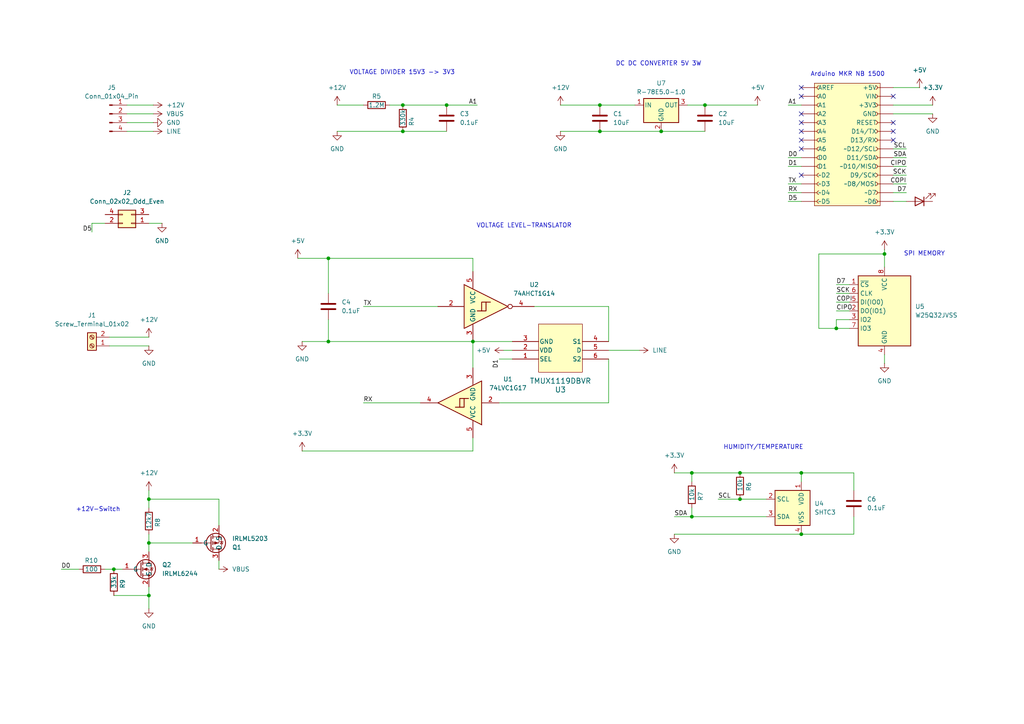
<source format=kicad_sch>
(kicad_sch (version 20250114) (generator "eeschema") (generator_version "9.0")
  (paper "A4")
  (title_block (title "Ryujin") (date "2024-12-21") (rev "17") (company "Julius-Maximilians-Universität Würzburg"))
  (lib_symbols
    (symbol "74xGxx:74AHCT1G14"
      (property "Reference" "U" (at 0 3.81 0))
      (property "Value" "74AHCT1G14" (at 0 -3.81 0))
      (symbol "74AHCT1G14_0_1"
        (polyline (pts (xy -7.62 6.35) (xy -7.62 -6.35) (xy 5.08 0) (xy -7.62 6.35)) (stroke (width 0.254)) (fill (type background)))
      )
      (symbol "74AHCT1G14_1_1"
        (polyline (pts (xy -3.81 -1.27) (xy -1.27 -1.27) (xy -1.27 1.27)) (stroke (width 0.254)))
        (polyline (pts (xy -2.54 -1.27) (xy -2.54 1.27) (xy 0 1.27)) (stroke (width 0.254)))
        (pin input line (at -15.24 0 0) (length 7.62) (name "~") (number "2"))
        (pin no_connect line (at -7.62 5.08 180) (length 5.08) (hide yes) (name "NC") (number "1"))
        (pin power_in line (at -5.08 10.16 270) (length 5.08) (name "VCC") (number "5"))
        (pin power_in line (at -5.08 -10.16 90) (length 5.08) (name "GND") (number "3"))
        (pin output inverted (at 12.7 0 180) (length 7.62) (name "~") (number "4"))
      )
    )
    (symbol "74xGxx:74LVC1G17"
      (property "Reference" "U" (at 0 3.81 0))
      (property "Value" "74LVC1G17" (at 0 -3.81 0))
      (symbol "74LVC1G17_0_1"
        (polyline (pts (xy -7.62 6.35) (xy -7.62 -6.35) (xy 5.08 0) (xy -7.62 6.35)) (stroke (width 0.254)) (fill (type background)))
        (polyline (pts (xy -3.81 -1.27) (xy -2.54 -1.27) (xy -2.54 1.27) (xy -1.27 1.27)) (stroke (width 0.254)) (fill (type background)))
        (polyline (pts (xy -2.54 -1.27) (xy -1.27 -1.27) (xy -1.27 1.27) (xy 0 1.27)) (stroke (width 0.254)) (fill (type background)))
      )
      (symbol "74LVC1G17_1_1"
        (pin input line (at -12.7 0 0) (length 5.08) (name "~") (number "2"))
        (pin no_connect line (at -7.62 5.08 180) (length 5.08) (hide yes) (name "NC") (number "1"))
        (pin power_in line (at -5.08 10.16 270) (length 5.08) (name "VCC") (number "5"))
        (pin power_in line (at -5.08 -10.16 90) (length 5.08) (name "GND") (number "3"))
        (pin output line (at 10.16 0 180) (length 5.08) (name "~") (number "4"))
      )
    )
    (symbol "Conn_01x14_Socket_1" (pin_numbers (hide yes)) (pin_names (offset 1.016))
      (property "Reference" "J3" (at 1.27 0.0001 0))
      (symbol "Conn_01x14_Socket_1_1_1"
        (polyline (pts (xy -1.27 15.24) (xy -0.508 15.24)) (stroke (width 0.1524)))
        (polyline (pts (xy -1.27 12.7) (xy -0.508 12.7)) (stroke (width 0.1524)))
        (polyline (pts (xy -1.27 10.16) (xy -0.508 10.16)) (stroke (width 0.1524)))
        (polyline (pts (xy -1.27 7.62) (xy -0.508 7.62)) (stroke (width 0.1524)))
        (polyline (pts (xy -1.27 5.08) (xy -0.508 5.08)) (stroke (width 0.1524)))
        (polyline (pts (xy -1.27 2.54) (xy -0.508 2.54)) (stroke (width 0.1524)))
        (polyline (pts (xy -1.27 0) (xy -0.508 0)) (stroke (width 0.1524)))
        (polyline (pts (xy -1.27 -2.54) (xy -0.508 -2.54)) (stroke (width 0.1524)))
        (polyline (pts (xy -1.27 -5.08) (xy -0.508 -5.08)) (stroke (width 0.1524)))
        (polyline (pts (xy -1.27 -7.62) (xy -0.508 -7.62)) (stroke (width 0.1524)))
        (polyline (pts (xy -1.27 -10.16) (xy -0.508 -10.16)) (stroke (width 0.1524)))
        (polyline (pts (xy -1.27 -12.7) (xy -0.508 -12.7)) (stroke (width 0.1524)))
        (polyline (pts (xy -1.27 -15.24) (xy -0.508 -15.24)) (stroke (width 0.1524)))
        (polyline (pts (xy -1.27 -17.78) (xy -0.508 -17.78)) (stroke (width 0.1524)))
        (arc (start 0 14.732) (mid -0.5058 15.24) (end 0 15.748) (stroke (width 0.1524)))
        (arc (start 0 12.192) (mid -0.5058 12.7) (end 0 13.208) (stroke (width 0.1524)))
        (arc (start 0 9.652) (mid -0.5058 10.16) (end 0 10.668) (stroke (width 0.1524)))
        (arc (start 0 7.112) (mid -0.5058 7.62) (end 0 8.128) (stroke (width 0.1524)))
        (arc (start 0 4.572) (mid -0.5058 5.08) (end 0 5.588) (stroke (width 0.1524)))
        (arc (start 0 2.032) (mid -0.5058 2.54) (end 0 3.048) (stroke (width 0.1524)))
        (arc (start 0 -0.508) (mid -0.5058 0) (end 0 0.508) (stroke (width 0.1524)))
        (arc (start 0 -3.048) (mid -0.5058 -2.54) (end 0 -2.032) (stroke (width 0.1524)))
        (arc (start 0 -5.588) (mid -0.5058 -5.08) (end 0 -4.572) (stroke (width 0.1524)))
        (arc (start 0 -8.128) (mid -0.5058 -7.62) (end 0 -7.112) (stroke (width 0.1524)))
        (arc (start 0 -10.668) (mid -0.5058 -10.16) (end 0 -9.652) (stroke (width 0.1524)))
        (arc (start 0 -13.208) (mid -0.5058 -12.7) (end 0 -12.192) (stroke (width 0.1524)))
        (arc (start 0 -15.748) (mid -0.5058 -15.24) (end 0 -14.732) (stroke (width 0.1524)))
        (arc (start 0 -18.288) (mid -0.5058 -17.78) (end 0 -17.272) (stroke (width 0.1524)))
        (pin passive line (at -5.08 15.24 0) (length 3.81) (name "AREF") (number "1"))
        (pin passive line (at -5.08 12.7 0) (length 3.81) (name "A0") (number "2"))
        (pin passive line (at -5.08 10.16 0) (length 3.81) (name "A1") (number "3"))
        (pin passive line (at -5.08 7.62 0) (length 3.81) (name "A2") (number "4"))
        (pin passive line (at -5.08 5.08 0) (length 3.81) (name "A3") (number "5"))
        (pin passive line (at -5.08 2.54 0) (length 3.81) (name "A4") (number "6"))
        (pin passive line (at -5.08 0 0) (length 3.81) (name "A5") (number "7"))
        (pin passive line (at -5.08 -2.54 0) (length 3.81) (name "A6") (number "8"))
        (pin passive line (at -5.08 -5.08 0) (length 3.81) (name "D0") (number "9"))
        (pin passive line (at -5.08 -7.62 0) (length 3.81) (name "D1") (number "10"))
        (pin passive line (at -5.08 -10.16 0) (length 3.81) (name "~D2") (number "11"))
        (pin passive line (at -5.08 -12.7 0) (length 3.81) (name "~D3") (number "12"))
        (pin passive line (at -5.08 -15.24 0) (length 3.81) (name "~D4") (number "13"))
        (pin passive line (at -5.08 -17.78 0) (length 3.81) (name "~D5") (number "14"))
      )
    )
    (symbol "Connector:Conn_01x04_Pin" (pin_names (offset 1.016) (hide yes))
      (property "Reference" "J" (at 0 5.08 0))
      (property "Value" "Conn_01x04_Pin" (at 0 -7.62 0))
      (symbol "Conn_01x04_Pin_1_1"
        (rectangle (start 0.8636 2.667) (end 0 2.413) (stroke (width 0.1524)) (fill (type outline)))
        (rectangle (start 0.8636 0.127) (end 0 -0.127) (stroke (width 0.1524)) (fill (type outline)))
        (rectangle (start 0.8636 -2.413) (end 0 -2.667) (stroke (width 0.1524)) (fill (type outline)))
        (rectangle (start 0.8636 -4.953) (end 0 -5.207) (stroke (width 0.1524)) (fill (type outline)))
        (polyline (pts (xy 1.27 2.54) (xy 0.8636 2.54)) (stroke (width 0.1524)))
        (polyline (pts (xy 1.27 0) (xy 0.8636 0)) (stroke (width 0.1524)))
        (polyline (pts (xy 1.27 -2.54) (xy 0.8636 -2.54)) (stroke (width 0.1524)))
        (polyline (pts (xy 1.27 -5.08) (xy 0.8636 -5.08)) (stroke (width 0.1524)))
        (pin passive line (at 5.08 2.54 180) (length 3.81) (name "Pin_1") (number "1"))
        (pin passive line (at 5.08 0 180) (length 3.81) (name "Pin_2") (number "2"))
        (pin passive line (at 5.08 -2.54 180) (length 3.81) (name "Pin_3") (number "3"))
        (pin passive line (at 5.08 -5.08 180) (length 3.81) (name "Pin_4") (number "4"))
      )
    )
    (symbol "Connector:Conn_01x14_Socket" (pin_numbers (hide yes)) (pin_names (offset 1.016))
      (property "Reference" "J4" (at 1.27 0.0001 0))
      (property "Value" "Conn_01x14_Socket" (at 1.27 -2.5399 0))
      (symbol "Conn_01x14_Socket_1_1"
        (polyline (pts (xy -1.27 15.24) (xy -0.508 15.24)) (stroke (width 0.1524)))
        (polyline (pts (xy -1.27 12.7) (xy -0.508 12.7)) (stroke (width 0.1524)))
        (polyline (pts (xy -1.27 10.16) (xy -0.508 10.16)) (stroke (width 0.1524)))
        (polyline (pts (xy -1.27 7.62) (xy -0.508 7.62)) (stroke (width 0.1524)))
        (polyline (pts (xy -1.27 5.08) (xy -0.508 5.08)) (stroke (width 0.1524)))
        (polyline (pts (xy -1.27 2.54) (xy -0.508 2.54)) (stroke (width 0.1524)))
        (polyline (pts (xy -1.27 0) (xy -0.508 0)) (stroke (width 0.1524)))
        (polyline (pts (xy -1.27 -2.54) (xy -0.508 -2.54)) (stroke (width 0.1524)))
        (polyline (pts (xy -1.27 -5.08) (xy -0.508 -5.08)) (stroke (width 0.1524)))
        (polyline (pts (xy -1.27 -7.62) (xy -0.508 -7.62)) (stroke (width 0.1524)))
        (polyline (pts (xy -1.27 -10.16) (xy -0.508 -10.16)) (stroke (width 0.1524)))
        (polyline (pts (xy -1.27 -12.7) (xy -0.508 -12.7)) (stroke (width 0.1524)))
        (polyline (pts (xy -1.27 -15.24) (xy -0.508 -15.24)) (stroke (width 0.1524)))
        (polyline (pts (xy -1.27 -17.78) (xy -0.508 -17.78)) (stroke (width 0.1524)))
        (arc (start 0 14.732) (mid -0.5058 15.24) (end 0 15.748) (stroke (width 0.1524)))
        (arc (start 0 12.192) (mid -0.5058 12.7) (end 0 13.208) (stroke (width 0.1524)))
        (arc (start 0 9.652) (mid -0.5058 10.16) (end 0 10.668) (stroke (width 0.1524)))
        (arc (start 0 7.112) (mid -0.5058 7.62) (end 0 8.128) (stroke (width 0.1524)))
        (arc (start 0 4.572) (mid -0.5058 5.08) (end 0 5.588) (stroke (width 0.1524)))
        (arc (start 0 2.032) (mid -0.5058 2.54) (end 0 3.048) (stroke (width 0.1524)))
        (arc (start 0 -0.508) (mid -0.5058 0) (end 0 0.508) (stroke (width 0.1524)))
        (arc (start 0 -3.048) (mid -0.5058 -2.54) (end 0 -2.032) (stroke (width 0.1524)))
        (arc (start 0 -5.588) (mid -0.5058 -5.08) (end 0 -4.572) (stroke (width 0.1524)))
        (arc (start 0 -8.128) (mid -0.5058 -7.62) (end 0 -7.112) (stroke (width 0.1524)))
        (arc (start 0 -10.668) (mid -0.5058 -10.16) (end 0 -9.652) (stroke (width 0.1524)))
        (arc (start 0 -13.208) (mid -0.5058 -12.7) (end 0 -12.192) (stroke (width 0.1524)))
        (arc (start 0 -15.748) (mid -0.5058 -15.24) (end 0 -14.732) (stroke (width 0.1524)))
        (arc (start 0 -18.288) (mid -0.5058 -17.78) (end 0 -17.272) (stroke (width 0.1524)))
        (pin passive line (at -5.08 15.24 0) (length 3.81) (name "+5V") (number "1"))
        (pin passive line (at -5.08 12.7 0) (length 3.81) (name "VIN") (number "2"))
        (pin passive line (at -5.08 10.16 0) (length 3.81) (name "+3V3") (number "3"))
        (pin passive line (at -5.08 7.62 0) (length 3.81) (name "GND") (number "4"))
        (pin passive line (at -5.08 5.08 0) (length 3.81) (name "RESET") (number "5"))
        (pin passive line (at -5.08 2.54 0) (length 3.81) (name "D14/TX") (number "6"))
        (pin passive line (at -5.08 0 0) (length 3.81) (name "D13/RX") (number "7"))
        (pin passive line (at -5.08 -2.54 0) (length 3.81) (name "~D12/SCL") (number "8"))
        (pin passive line (at -5.08 -5.08 0) (length 3.81) (name "D11/SDA") (number "9"))
        (pin passive line (at -5.08 -7.62 0) (length 3.81) (name "~D10/MISO") (number "10"))
        (pin passive line (at -5.08 -10.16 0) (length 3.81) (name "D9/SCK") (number "11"))
        (pin passive line (at -5.08 -12.7 0) (length 3.81) (name "~D8/MOSI") (number "12"))
        (pin passive line (at -5.08 -15.24 0) (length 3.81) (name "~D7") (number "13"))
        (pin passive line (at -5.08 -17.78 0) (length 3.81) (name "~D6") (number "14"))
      )
    )
    (symbol "Connector:Screw_Terminal_01x02" (pin_names (offset 1.016) (hide yes))
      (property "Reference" "J" (at 0 2.54 0))
      (property "Value" "Screw_Terminal_01x02" (at 0 -5.08 0))
      (symbol "Screw_Terminal_01x02_1_1"
        (rectangle (start -1.27 1.27) (end 1.27 -3.81) (stroke (width 0.254)) (fill (type background)))
        (polyline (pts (xy -0.5334 0.3302) (xy 0.3302 -0.508)) (stroke (width 0.1524)))
        (polyline (pts (xy -0.5334 -2.2098) (xy 0.3302 -3.048)) (stroke (width 0.1524)))
        (polyline (pts (xy -0.3556 0.508) (xy 0.508 -0.3302)) (stroke (width 0.1524)))
        (polyline (pts (xy -0.3556 -2.032) (xy 0.508 -2.8702)) (stroke (width 0.1524)))
        (circle (center 0 0) (radius 0.635) (stroke (width 0.1524)))
        (circle (center 0 -2.54) (radius 0.635) (stroke (width 0.1524)))
        (pin passive line (at -5.08 0 0) (length 3.81) (name "Pin_1") (number "1"))
        (pin passive line (at -5.08 -2.54 0) (length 3.81) (name "Pin_2") (number "2"))
      )
    )
    (symbol "Connector_Generic:Conn_02x02_Odd_Even" (pin_names (offset 1.016) (hide yes))
      (property "Reference" "J" (at 1.27 2.54 0))
      (property "Value" "Conn_02x02_Odd_Even" (at 1.27 -5.08 0))
      (symbol "Conn_02x02_Odd_Even_1_1"
        (rectangle (start -1.27 1.27) (end 3.81 -3.81) (stroke (width 0.254)) (fill (type background)))
        (rectangle (start -1.27 0.127) (end 0 -0.127) (stroke (width 0.1524)))
        (rectangle (start -1.27 -2.413) (end 0 -2.667) (stroke (width 0.1524)))
        (rectangle (start 3.81 0.127) (end 2.54 -0.127) (stroke (width 0.1524)))
        (rectangle (start 3.81 -2.413) (end 2.54 -2.667) (stroke (width 0.1524)))
        (pin passive line (at -5.08 0 0) (length 3.81) (name "Pin_1") (number "1"))
        (pin passive line (at -5.08 -2.54 0) (length 3.81) (name "Pin_3") (number "3"))
        (pin passive line (at 7.62 0 180) (length 3.81) (name "Pin_2") (number "2"))
        (pin passive line (at 7.62 -2.54 180) (length 3.81) (name "Pin_4") (number "4"))
      )
    )
    (symbol "Device:C" (pin_numbers (hide yes)) (pin_names (offset 0.254))
      (property "Reference" "C" (at 0.635 2.54 0))
      (property "Value" "C" (at 0.635 -2.54 0))
      (symbol "C_0_1"
        (polyline (pts (xy -2.032 0.762) (xy 2.032 0.762)) (stroke (width 0.508)))
        (polyline (pts (xy -2.032 -0.762) (xy 2.032 -0.762)) (stroke (width 0.508)))
      )
      (symbol "C_1_1"
        (pin passive line (at 0 3.81 270) (length 2.794) (name "~") (number "1"))
        (pin passive line (at 0 -3.81 90) (length 2.794) (name "~") (number "2"))
      )
    )
    (symbol "Device:LED" (pin_numbers (hide yes)) (pin_names (offset 1.016) (hide yes))
      (property "Reference" "D" (at 0 2.54 0))
      (property "Value" "LED" (at 0 -2.54 0))
      (symbol "LED_0_1"
        (polyline (pts (xy -3.048 -0.762) (xy -4.572 -2.286) (xy -3.81 -2.286) (xy -4.572 -2.286) (xy -4.572 -1.524)))
        (polyline (pts (xy -1.778 -0.762) (xy -3.302 -2.286) (xy -2.54 -2.286) (xy -3.302 -2.286) (xy -3.302 -1.524)))
        (polyline (pts (xy -1.27 0) (xy 1.27 0)))
        (polyline (pts (xy -1.27 -1.27) (xy -1.27 1.27)) (stroke (width 0.254)))
        (polyline (pts (xy 1.27 -1.27) (xy 1.27 1.27) (xy -1.27 0) (xy 1.27 -1.27)) (stroke (width 0.254)))
      )
      (symbol "LED_1_1"
        (pin passive line (at -3.81 0 0) (length 2.54) (name "K") (number "1"))
        (pin passive line (at 3.81 0 180) (length 2.54) (name "A") (number "2"))
      )
    )
    (symbol "Device:R" (pin_numbers (hide yes)) (pin_names (offset 0))
      (property "Reference" "R" (at 2.032 0 90))
      (property "Value" "R" (at 0 0 90))
      (symbol "R_0_1"
        (rectangle (start -1.016 -2.54) (end 1.016 2.54) (stroke (width 0.254)))
      )
      (symbol "R_1_1"
        (pin passive line (at 0 3.81 270) (length 1.27) (name "~") (number "1"))
        (pin passive line (at 0 -3.81 90) (length 1.27) (name "~") (number "2"))
      )
    )
    (symbol "Memory_Flash:W25Q32JVSS"
      (property "Reference" "U" (at -6.35 11.43 0))
      (property "Value" "W25Q32JVSS" (at 7.62 11.43 0))
      (symbol "W25Q32JVSS_0_1"
        (rectangle (start -7.62 10.16) (end 7.62 -10.16) (stroke (width 0.254)) (fill (type background)))
      )
      (symbol "W25Q32JVSS_1_1"
        (pin input line (at -10.16 7.62 0) (length 2.54) (name "~{CS}") (number "1"))
        (pin input line (at -10.16 5.08 0) (length 2.54) (name "CLK") (number "6"))
        (pin bidirectional line (at -10.16 2.54 0) (length 2.54) (name "DI(IO0)") (number "5"))
        (pin bidirectional line (at -10.16 0 0) (length 2.54) (name "DO(IO1)") (number "2"))
        (pin bidirectional line (at -10.16 -2.54 0) (length 2.54) (name "IO2") (number "3"))
        (pin bidirectional line (at -10.16 -5.08 0) (length 2.54) (name "IO3") (number "7"))
        (pin power_in line (at 0 12.7 270) (length 2.54) (name "VCC") (number "8"))
        (pin power_in line (at 0 -12.7 90) (length 2.54) (name "GND") (number "4"))
      )
    )
    (symbol "Regulator_Switching:R-78E5.0-1.0" (pin_names (offset 0.254))
      (property "Reference" "U" (at -3.81 3.175 0))
      (property "Value" "R-78E5.0-1.0" (at 0 3.175 0))
      (symbol "R-78E5.0-1.0_0_1"
        (rectangle (start -5.08 1.905) (end 5.08 -5.08) (stroke (width 0.254)) (fill (type background)))
      )
      (symbol "R-78E5.0-1.0_1_1"
        (pin power_in line (at -7.62 0 0) (length 2.54) (name "IN") (number "1"))
        (pin power_in line (at 0 -7.62 90) (length 2.54) (name "GND") (number "2"))
        (pin power_out line (at 7.62 0 180) (length 2.54) (name "OUT") (number "3"))
      )
    )
    (symbol "Sensor_Humidity:SHTC3"
      (property "Reference" "U" (at -3.81 6.35 0))
      (property "Value" "SHTC3" (at -2.54 -6.35 0))
      (symbol "SHTC3_1_1"
        (rectangle (start -5.08 5.08) (end 5.08 -5.08) (stroke (width 0.254)) (fill (type background)))
        (pin input line (at -7.62 2.54 0) (length 2.54) (name "SCL") (number "2"))
        (pin bidirectional line (at -7.62 -2.54 0) (length 2.54) (name "SDA") (number "3"))
        (pin power_in line (at 2.54 7.62 270) (length 2.54) (name "VDD") (number "1"))
        (pin power_in line (at 2.54 -7.62 90) (length 2.54) (name "VSS") (number "4"))
        (pin no_connect line (at 5.08 0 180) (length 2.54) (hide yes) (name "NC") (number "5"))
      )
    )
    (symbol "TMUXDBV:TMUX1119DBVR" (pin_names (offset 0.254))
      (property "Reference" "U" (at 14.224 8.128 0))
      (property "Value" "TMUX1119DBVR" (at 14.224 5.588 0))
      (symbol "TMUX1119DBVR_0_1"
        (rectangle (start 7.62 3.81) (end 20.32 -10.16) (fill (type background)))
        (pin input line (at 0 0 0) (length 7.62) (name "SEL") (number "1"))
        (pin power_in line (at 0 -2.54 0) (length 7.62) (name "VDD") (number "2"))
        (pin power_out line (at 0 -5.08 0) (length 7.62) (name "GND") (number "3"))
        (pin bidirectional line (at 27.94 0 180) (length 7.62) (name "S2") (number "6"))
        (pin bidirectional line (at 27.94 -2.54 180) (length 7.62) (name "D") (number "5"))
        (pin bidirectional line (at 27.94 -5.08 180) (length 7.62) (name "S1") (number "4"))
      )
    )
    (symbol "Transistor_FET:IRLML5203"
      (property "Reference" "Q" (at 5.08 1.905 0))
      (property "Value" "IRLML5203" (at 5.08 0 0))
      (symbol "IRLML5203_0_1"
        (polyline (pts (xy 0.254 1.905) (xy 0.254 -1.905)) (stroke (width 0.254)))
        (polyline (pts (xy 0.254 0) (xy -2.54 0)))
        (polyline (pts (xy 0.762 2.286) (xy 0.762 1.27)) (stroke (width 0.254)))
        (polyline (pts (xy 0.762 1.778) (xy 3.302 1.778) (xy 3.302 -1.778) (xy 0.762 -1.778)))
        (polyline (pts (xy 0.762 0.508) (xy 0.762 -0.508)) (stroke (width 0.254)))
        (polyline (pts (xy 0.762 -1.27) (xy 0.762 -2.286)) (stroke (width 0.254)))
        (circle (center 1.651 0) (radius 2.794) (stroke (width 0.254)))
        (polyline (pts (xy 2.286 0) (xy 1.27 0.381) (xy 1.27 -0.381) (xy 2.286 0)) (fill (type outline)))
        (polyline (pts (xy 2.54 2.54) (xy 2.54 1.778)))
        (circle (center 2.54 1.778) (radius 0.254) (fill (type outline)))
        (circle (center 2.54 -1.778) (radius 0.254) (fill (type outline)))
        (polyline (pts (xy 2.54 -2.54) (xy 2.54 0) (xy 0.762 0)))
        (polyline (pts (xy 2.794 -0.508) (xy 2.921 -0.381) (xy 3.683 -0.381) (xy 3.81 -0.254)))
        (polyline (pts (xy 3.302 -0.381) (xy 2.921 0.254) (xy 3.683 0.254) (xy 3.302 -0.381)))
      )
      (symbol "IRLML5203_1_1"
        (pin input line (at -5.08 0 0) (length 2.54) (name "G") (number "1"))
        (pin passive line (at 2.54 5.08 270) (length 2.54) (name "D") (number "3"))
        (pin passive line (at 2.54 -5.08 90) (length 2.54) (name "S") (number "2"))
      )
    )
    (symbol "Transistor_FET:IRLML6244"
      (property "Reference" "Q" (at 5.08 1.905 0))
      (property "Value" "IRLML6244" (at 5.08 0 0))
      (symbol "IRLML6244_0_1"
        (polyline (pts (xy 0.254 1.905) (xy 0.254 -1.905)) (stroke (width 0.254)))
        (polyline (pts (xy 0.254 0) (xy -2.54 0)))
        (polyline (pts (xy 0.762 2.286) (xy 0.762 1.27)) (stroke (width 0.254)))
        (polyline (pts (xy 0.762 0.508) (xy 0.762 -0.508)) (stroke (width 0.254)))
        (polyline (pts (xy 0.762 -1.27) (xy 0.762 -2.286)) (stroke (width 0.254)))
        (polyline (pts (xy 0.762 -1.778) (xy 3.302 -1.778) (xy 3.302 1.778) (xy 0.762 1.778)))
        (polyline (pts (xy 1.016 0) (xy 2.032 0.381) (xy 2.032 -0.381) (xy 1.016 0)) (fill (type outline)))
        (circle (center 1.651 0) (radius 2.794) (stroke (width 0.254)))
        (polyline (pts (xy 2.54 2.54) (xy 2.54 1.778)))
        (circle (center 2.54 1.778) (radius 0.254) (fill (type outline)))
        (circle (center 2.54 -1.778) (radius 0.254) (fill (type outline)))
        (polyline (pts (xy 2.54 -2.54) (xy 2.54 0) (xy 0.762 0)))
        (polyline (pts (xy 2.794 0.508) (xy 2.921 0.381) (xy 3.683 0.381) (xy 3.81 0.254)))
        (polyline (pts (xy 3.302 0.381) (xy 2.921 -0.254) (xy 3.683 -0.254) (xy 3.302 0.381)))
      )
      (symbol "IRLML6244_1_1"
        (pin input line (at -5.08 0 0) (length 2.54) (name "G") (number "1"))
        (pin passive line (at 2.54 5.08 270) (length 2.54) (name "D") (number "3"))
        (pin passive line (at 2.54 -5.08 90) (length 2.54) (name "S") (number "2"))
      )
    )
    (symbol "power:+12V" (power) (pin_numbers (hide yes)) (pin_names (offset 0) (hide yes))
      (property "Value" "+12V" (at 0 3.556 0))
      (symbol "+12V_0_1"
        (polyline (pts (xy -0.762 1.27) (xy 0 2.54)))
        (polyline (pts (xy 0 2.54) (xy 0.762 1.27)))
        (polyline (pts (xy 0 0) (xy 0 2.54)))
      )
      (symbol "+12V_1_1"
        (pin power_in line (at 0 0 90) (length 0) (name "~") (number "1"))
      )
    )
    (symbol "power:+3.3V" (power) (pin_numbers (hide yes)) (pin_names (offset 0) (hide yes))
      (property "Value" "+3.3V" (at 0 3.556 0))
      (symbol "+3.3V_0_1"
        (polyline (pts (xy -0.762 1.27) (xy 0 2.54)))
        (polyline (pts (xy 0 2.54) (xy 0.762 1.27)))
        (polyline (pts (xy 0 0) (xy 0 2.54)))
      )
      (symbol "+3.3V_1_1"
        (pin power_in line (at 0 0 90) (length 0) (name "~") (number "1"))
      )
    )
    (symbol "power:+5V" (power) (pin_numbers (hide yes)) (pin_names (offset 0) (hide yes))
      (property "Value" "+5V" (at 0 3.556 0))
      (symbol "+5V_0_1"
        (polyline (pts (xy -0.762 1.27) (xy 0 2.54)))
        (polyline (pts (xy 0 2.54) (xy 0.762 1.27)))
        (polyline (pts (xy 0 0) (xy 0 2.54)))
      )
      (symbol "+5V_1_1"
        (pin power_in line (at 0 0 90) (length 0) (name "~") (number "1"))
      )
    )
    (symbol "power:GND" (power) (pin_numbers (hide yes)) (pin_names (offset 0) (hide yes))
      (property "Value" "GND" (at 0 -3.81 0))
      (symbol "GND_0_1"
        (polyline (pts (xy 0 0) (xy 0 -1.27) (xy 1.27 -1.27) (xy 0 -2.54) (xy -1.27 -1.27) (xy 0 -1.27)))
      )
      (symbol "GND_1_1"
        (pin power_in line (at 0 0 270) (length 0) (name "~") (number "1"))
      )
    )
    (symbol "power:LINE" (power) (pin_numbers (hide yes)) (pin_names (offset 0) (hide yes))
      (property "Value" "LINE" (at 0 3.556 0))
      (symbol "LINE_0_1"
        (polyline (pts (xy -0.762 1.27) (xy 0 2.54)))
        (polyline (pts (xy 0 2.54) (xy 0.762 1.27)))
        (polyline (pts (xy 0 0) (xy 0 2.54)))
      )
      (symbol "LINE_1_1"
        (pin power_in line (at 0 0 90) (length 0) (name "~") (number "1"))
      )
    )
    (symbol "power:VBUS" (power) (pin_numbers (hide yes)) (pin_names (offset 0) (hide yes))
      (property "Value" "VBUS" (at 0 3.556 0))
      (symbol "VBUS_0_1"
        (polyline (pts (xy -0.762 1.27) (xy 0 2.54)))
        (polyline (pts (xy 0 2.54) (xy 0.762 1.27)))
        (polyline (pts (xy 0 0) (xy 0 2.54)))
      )
      (symbol "VBUS_1_1"
        (pin power_in line (at 0 0 90) (length 0) (name "~") (number "1"))
      )
    )
  )
  (rectangle (start 236.22 24.13) (end 255.27 59.69) (stroke (width 0) (color 132 0 0 1)) (fill (type color) (color 255 255 194 1)))
  (text "HUMIDITY/TEMPERATURE" (at 209.804 129.794 0) (effects (font (size 1.27 1.27)) (justify left)))
  (text "+12V-Switch" (at 28.448 147.828 0) (effects (font (size 1.27 1.27))))
  (text "VOLTAGE LEVEL-TRANSLATOR" (at 138.176 65.532 0) (effects (font (size 1.27 1.27)) (justify left)))
  (text "VOLTAGE DIVIDER 15V3 -> 3V3" (at 101.346 21.082 0) (effects (font (size 1.27 1.27)) (justify left)))
  (text "SPI MEMORY" (at 262.128 73.66 0) (effects (font (size 1.27 1.27)) (justify left)))
  (text "Arduino MKR NB 1500" (at 245.872 21.59 0) (effects (font (size 1.27 1.27))))
  (text "DC DC CONVERTER 5V 3W" (at 178.562 18.542 0) (effects (font (size 1.27 1.27)) (justify left)))
  (junction (at 95.25 99.06))
  (junction (at 242.57 95.25))
  (junction (at 129.54 30.48))
  (junction (at 43.18 157.48))
  (junction (at 214.63 137.16))
  (junction (at 191.77 38.1))
  (junction (at 173.99 30.48))
  (junction (at 116.84 30.48))
  (junction (at 204.47 30.48))
  (junction (at 116.84 38.1))
  (junction (at 95.25 74.93))
  (junction (at 256.54 73.66))
  (junction (at 43.18 172.72))
  (junction (at 43.18 144.78))
  (junction (at 137.16 99.06))
  (junction (at 200.66 137.16))
  (junction (at 232.41 137.16))
  (junction (at 214.63 144.78))
  (junction (at 232.41 154.94))
  (junction (at 33.02 165.1))
  (junction (at 200.66 149.86))
  (junction (at 173.99 38.1))
  (no_connect (at 232.41 50.8))
  (no_connect (at 232.41 33.02))
  (no_connect (at 259.08 27.94))
  (no_connect (at 232.41 25.4))
  (no_connect (at 232.41 40.64))
  (no_connect (at 259.08 40.64))
  (no_connect (at 232.41 43.18))
  (no_connect (at 232.41 27.94))
  (no_connect (at 259.08 38.1))
  (no_connect (at 232.41 35.56))
  (no_connect (at 259.08 35.56))
  (no_connect (at 232.41 38.1))
  (wire (pts (xy 43.18 144.78) (xy 43.18 147.32)))
  (wire (pts (xy 256.54 102.87) (xy 256.54 105.41)))
  (wire (pts (xy 33.02 172.72) (xy 43.18 172.72)))
  (wire (pts (xy 266.7 25.4) (xy 259.08 25.4)))
  (wire (pts (xy 26.67 64.77) (xy 30.48 64.77)))
  (wire (pts (xy 199.39 30.48) (xy 204.47 30.48)))
  (wire (pts (xy 97.79 38.1) (xy 116.84 38.1)))
  (wire (pts (xy 44.45 35.56) (xy 36.83 35.56)))
  (wire (pts (xy 36.83 38.1) (xy 44.45 38.1)))
  (wire (pts (xy 195.58 137.16) (xy 200.66 137.16)))
  (wire (pts (xy 137.16 74.93) (xy 137.16 78.74)))
  (wire (pts (xy 137.16 99.06) (xy 137.16 106.68)))
  (wire (pts (xy 247.65 142.24) (xy 247.65 137.16)))
  (wire (pts (xy 232.41 154.94) (xy 247.65 154.94)))
  (wire (pts (xy 246.38 92.71) (xy 242.57 92.71)))
  (wire (pts (xy 232.41 154.94) (xy 195.58 154.94)))
  (wire (pts (xy 262.89 50.8) (xy 259.08 50.8)))
  (wire (pts (xy 105.41 116.84) (xy 121.92 116.84)))
  (wire (pts (xy 116.84 38.1) (xy 129.54 38.1)))
  (wire (pts (xy 176.53 88.9) (xy 176.53 99.06)))
  (wire (pts (xy 137.16 127) (xy 137.16 130.81)))
  (wire (pts (xy 176.53 104.14) (xy 176.53 116.84)))
  (wire (pts (xy 43.18 154.94) (xy 43.18 157.48)))
  (wire (pts (xy 113.03 30.48) (xy 116.84 30.48)))
  (wire (pts (xy 262.89 45.72) (xy 259.08 45.72)))
  (wire (pts (xy 105.41 88.9) (xy 127 88.9)))
  (wire (pts (xy 242.57 90.17) (xy 246.38 90.17)))
  (wire (pts (xy 144.78 104.14) (xy 148.59 104.14)))
  (wire (pts (xy 173.99 30.48) (xy 184.15 30.48)))
  (wire (pts (xy 237.49 73.66) (xy 256.54 73.66)))
  (wire (pts (xy 17.78 165.1) (xy 22.86 165.1)))
  (wire (pts (xy 43.18 97.79) (xy 31.75 97.79)))
  (wire (pts (xy 46.99 64.77) (xy 43.18 64.77)))
  (wire (pts (xy 146.05 101.6) (xy 148.59 101.6)))
  (wire (pts (xy 247.65 137.16) (xy 232.41 137.16)))
  (wire (pts (xy 43.18 157.48) (xy 55.88 157.48)))
  (wire (pts (xy 200.66 147.32) (xy 200.66 149.86)))
  (wire (pts (xy 200.66 149.86) (xy 222.25 149.86)))
  (wire (pts (xy 228.6 48.26) (xy 232.41 48.26)))
  (wire (pts (xy 95.25 74.93) (xy 137.16 74.93)))
  (wire (pts (xy 256.54 72.39) (xy 256.54 73.66)))
  (wire (pts (xy 242.57 92.71) (xy 242.57 95.25)))
  (wire (pts (xy 195.58 149.86) (xy 200.66 149.86)))
  (wire (pts (xy 63.5 162.56) (xy 63.5 165.1)))
  (wire (pts (xy 43.18 142.24) (xy 43.18 144.78)))
  (wire (pts (xy 237.49 95.25) (xy 237.49 73.66)))
  (wire (pts (xy 270.51 33.02) (xy 259.08 33.02)))
  (wire (pts (xy 63.5 152.4) (xy 63.5 144.78)))
  (wire (pts (xy 44.45 30.48) (xy 36.83 30.48)))
  (wire (pts (xy 31.75 100.33) (xy 43.18 100.33)))
  (wire (pts (xy 247.65 149.86) (xy 247.65 154.94)))
  (wire (pts (xy 36.83 33.02) (xy 44.45 33.02)))
  (wire (pts (xy 26.67 64.77) (xy 26.67 67.31)))
  (wire (pts (xy 228.6 30.48) (xy 232.41 30.48)))
  (wire (pts (xy 204.47 30.48) (xy 219.71 30.48)))
  (wire (pts (xy 246.38 82.55) (xy 242.57 82.55)))
  (wire (pts (xy 237.49 95.25) (xy 242.57 95.25)))
  (wire (pts (xy 87.63 99.06) (xy 95.25 99.06)))
  (wire (pts (xy 214.63 137.16) (xy 232.41 137.16)))
  (wire (pts (xy 43.18 170.18) (xy 43.18 172.72)))
  (wire (pts (xy 242.57 87.63) (xy 246.38 87.63)))
  (wire (pts (xy 95.25 99.06) (xy 137.16 99.06)))
  (wire (pts (xy 270.51 30.48) (xy 259.08 30.48)))
  (wire (pts (xy 228.6 45.72) (xy 232.41 45.72)))
  (wire (pts (xy 214.63 144.78) (xy 222.25 144.78)))
  (wire (pts (xy 256.54 73.66) (xy 256.54 77.47)))
  (wire (pts (xy 129.54 30.48) (xy 138.43 30.48)))
  (wire (pts (xy 137.16 99.06) (xy 148.59 99.06)))
  (wire (pts (xy 162.56 38.1) (xy 173.99 38.1)))
  (wire (pts (xy 262.89 48.26) (xy 259.08 48.26)))
  (wire (pts (xy 228.6 58.42) (xy 232.41 58.42)))
  (wire (pts (xy 86.36 74.93) (xy 95.25 74.93)))
  (wire (pts (xy 33.02 165.1) (xy 35.56 165.1)))
  (wire (pts (xy 95.25 92.71) (xy 95.25 99.06)))
  (wire (pts (xy 200.66 137.16) (xy 200.66 139.7)))
  (wire (pts (xy 232.41 137.16) (xy 232.41 139.7)))
  (wire (pts (xy 173.99 38.1) (xy 191.77 38.1)))
  (wire (pts (xy 116.84 30.48) (xy 129.54 30.48)))
  (wire (pts (xy 208.28 144.78) (xy 214.63 144.78)))
  (wire (pts (xy 95.25 74.93) (xy 95.25 85.09)))
  (wire (pts (xy 154.94 88.9) (xy 176.53 88.9)))
  (wire (pts (xy 144.78 116.84) (xy 176.53 116.84)))
  (wire (pts (xy 63.5 144.78) (xy 43.18 144.78)))
  (wire (pts (xy 242.57 95.25) (xy 246.38 95.25)))
  (wire (pts (xy 191.77 38.1) (xy 204.47 38.1)))
  (wire (pts (xy 162.56 30.48) (xy 173.99 30.48)))
  (wire (pts (xy 176.53 101.6) (xy 185.42 101.6)))
  (wire (pts (xy 262.89 43.18) (xy 259.08 43.18)))
  (wire (pts (xy 228.6 53.34) (xy 232.41 53.34)))
  (wire (pts (xy 262.89 58.42) (xy 259.08 58.42)))
  (wire (pts (xy 87.63 130.81) (xy 137.16 130.81)))
  (wire (pts (xy 228.6 55.88) (xy 232.41 55.88)))
  (wire (pts (xy 246.38 85.09) (xy 242.57 85.09)))
  (wire (pts (xy 97.79 30.48) (xy 105.41 30.48)))
  (wire (pts (xy 30.48 165.1) (xy 33.02 165.1)))
  (wire (pts (xy 262.89 55.88) (xy 259.08 55.88)))
  (wire (pts (xy 43.18 157.48) (xy 43.18 160.02)))
  (wire (pts (xy 200.66 137.16) (xy 214.63 137.16)))
  (wire (pts (xy 262.89 53.34) (xy 259.08 53.34)))
  (wire (pts (xy 43.18 172.72) (xy 43.18 176.53)))
  (label "SCK" (at 262.89 50.8 180))
  (label "D0" (at 228.6 45.72 0))
  (label "D7" (at 242.57 82.55 0))
  (label "COPI" (at 242.57 87.63 0))
  (label "D0" (at 17.78 165.1 0))
  (label "D5" (at 26.67 67.31 180))
  (label "SCL" (at 208.28 144.78 0))
  (label "SCK" (at 242.57 85.09 0))
  (label "CIPO" (at 262.89 48.26 180))
  (label "TX" (at 228.6 53.34 0))
  (label "COPI" (at 262.89 53.34 180))
  (label "RX" (at 228.6 55.88 0))
  (label "D1" (at 144.78 104.14 270))
  (label "SDA" (at 262.89 45.72 180))
  (label "A1" (at 228.6 30.48 0))
  (label "SDA" (at 195.58 149.86 0))
  (label "D1" (at 228.6 48.26 0))
  (label "TX" (at 105.41 88.9 0))
  (label "SCL" (at 262.89 43.18 180))
  (label "D5" (at 228.6 58.42 0))
  (label "RX" (at 105.41 116.84 0))
  (label "A1" (at 138.43 30.48 180))
  (label "CIPO" (at 242.57 90.17 0))
  (label "D7" (at 262.89 55.88 180))
  (symbol (lib_id "power:+12V") (at 44.45 30.48 270) (unit 1)
    (property "Reference" "#PWR026" (effects (hide yes)))
    (property "Value" "+12V" (at 48.26 30.4799 90) (effects (justify left)))
    (property "Description" "Power symbol creates a global label with name \"+12V\"" (effects (hide yes)))
  )
  (symbol (lib_id "TMUXDBV:TMUX1119DBVR") (at 148.59 104.14 0) (mirror x) (unit 1)
    (property "Reference" "U3" (at 162.56 113.03 0) (effects (font (size 1.524 1.524))))
    (property "Value" "TMUX1119DBVR" (at 162.56 110.49 0) (effects (font (size 1.524 1.524))))
    (property "Footprint" "footprints:TMUXDBVR" (effects (hide yes)))
    (property "Datasheet" "../../docs/tmux1119.pdf" (effects (hide yes)))
  )
  (symbol (lib_id "power:+5V") (at 86.36 74.93 0) (unit 1)
    (property "Reference" "#PWR05" (effects (hide yes)))
    (property "Value" "+5V" (at 86.36 69.85 0))
    (property "Description" "Power symbol creates a global label with name \"+5V\"" (effects (hide yes)))
  )
  (symbol (lib_id "power:+5V") (at 266.7 25.4 0) (unit 1)
    (property "Reference" "#PWR07" (effects (hide yes)))
    (property "Value" "+5V" (at 266.7 20.32 0))
    (property "Description" "Power symbol creates a global label with name \"+5V\"" (effects (hide yes)))
  )
  (symbol (lib_id "power:GND") (at 195.58 154.94 0) (unit 1)
    (property "Reference" "#PWR013" (effects (hide yes)))
    (property "Value" "GND" (at 195.58 160.02 0))
    (property "Description" "Power symbol creates a global label with name \"GND\" , ground" (effects (hide yes)))
  )
  (symbol (lib_id "power:GND") (at 270.51 33.02 0) (unit 1)
    (property "Reference" "#PWR014" (effects (hide yes)))
    (property "Value" "GND" (at 270.51 38.1 0))
    (property "Description" "Power symbol creates a global label with name \"GND\" , ground" (effects (hide yes)))
  )
  (symbol (lib_id "power:GND") (at 44.45 35.56 90) (unit 1)
    (property "Reference" "#PWR020" (effects (hide yes)))
    (property "Value" "GND" (at 48.26 35.5599 90) (effects (justify right)))
    (property "Description" "Power symbol creates a global label with name \"GND\" , ground" (effects (hide yes)))
  )
  (symbol (lib_id "Connector_Generic:Conn_02x02_Odd_Even") (at 38.1 64.77 180) (unit 1)
    (property "Reference" "J2" (at 36.83 55.88 0))
    (property "Value" "Conn_02x02_Odd_Even" (at 36.83 58.42 0))
    (property "Footprint" "Connector_PinHeader_2.54mm:PinHeader_2x02_P2.54mm_Vertical" (effects (hide yes)))
    (property "Description" "Generic connector, double row, 02x02, odd/even pin numbering scheme (row 1 odd numbers, row 2 even numbers), script generated (kicad-library-utils/schlib/autogen/connector/)" (effects (hide yes)))
    (property "MPN" "826632-2" (effects (hide yes)))
  )
  (symbol (lib_id "Memory_Flash:W25Q32JVSS") (at 256.54 90.17 0) (unit 1)
    (property "Reference" "U5" (at 265.43 88.8999 0) (effects (justify left)))
    (property "Value" "W25Q32JVSS" (at 265.43 91.4399 0) (effects (justify left)))
    (property "Footprint" "Package_SO:SOIC-8_5.23x5.23mm_P1.27mm" (effects (hide yes)))
    (property "Datasheet" "../../docs/w25q32jv revg 03272018 plus.pdf" (effects (hide yes)))
    (property "Description" "32Mb Serial Flash Memory, Standard/Dual/Quad SPI, SOIC-8" (effects (hide yes)))
    (property "MPN" "W25Q32JVSSIQ TR" (effects (hide yes)))
  )
  (symbol (lib_id "Device:R") (at 214.63 140.97 180) (unit 1)
    (property "Reference" "R6" (at 217.17 142.494 90) (effects (justify right)))
    (property "Value" "10k" (at 214.63 142.494 90) (effects (justify right)))
    (property "Footprint" "Resistor_SMD:R_0603_1608Metric" (effects (hide yes)))
    (property "Description" "Resistor" (effects (hide yes)))
    (property "MPN" "10k 0603" (effects (hide yes)))
  )
  (symbol (lib_id "power:+3.3V") (at 256.54 72.39 0) (unit 1)
    (property "Reference" "#PWR016" (effects (hide yes)))
    (property "Value" "+3.3V" (at 256.54 67.31 0))
    (property "Description" "Power symbol creates a global label with name \"+3.3V\"" (effects (hide yes)))
  )
  (symbol (lib_id "power:GND") (at 256.54 105.41 0) (unit 1)
    (property "Reference" "#PWR03" (effects (hide yes)))
    (property "Value" "GND" (at 256.54 110.49 0))
    (property "Description" "Power symbol creates a global label with name \"GND\" , ground" (effects (hide yes)))
  )
  (symbol (lib_id "power:+3.3V") (at 87.63 130.81 0) (unit 1)
    (property "Reference" "#PWR017" (effects (hide yes)))
    (property "Value" "+3.3V" (at 87.63 125.73 0))
    (property "Description" "Power symbol creates a global label with name \"+3.3V\"" (effects (hide yes)))
  )
  (symbol (lib_id "power:LINE") (at 185.42 101.6 270) (unit 1)
    (property "Reference" "#PWR025" (effects (hide yes)))
    (property "Value" "LINE" (at 189.23 101.5999 90) (effects (justify left)))
    (property "Description" "Power symbol creates a global label with name \"LINE\"" (effects (hide yes)))
  )
  (symbol (lib_id "power:+5V") (at 219.71 30.48 0) (unit 1)
    (property "Reference" "#PWR024" (effects (hide yes)))
    (property "Value" "+5V" (at 219.71 25.4 0))
    (property "Description" "Power symbol creates a global label with name \"+5V\"" (effects (hide yes)))
  )
  (symbol (lib_id "power:GND") (at 43.18 100.33 0) (unit 1)
    (property "Reference" "#PWR02" (effects (hide yes)))
    (property "Value" "GND" (at 43.18 105.41 0))
    (property "Description" "Power symbol creates a global label with name \"GND\" , ground" (effects (hide yes)))
  )
  (symbol (lib_id "Connector:Conn_01x04_Pin") (at 31.75 33.02 0) (unit 1)
    (property "Reference" "J5" (at 32.385 25.4 0))
    (property "Value" "Conn_01x04_Pin" (at 32.385 27.94 0))
    (property "Footprint" "footprints:GROVE-HW4-2.0" (effects (hide yes)))
    (property "Datasheet" "../../docs/987651-8703.pdf" (effects (hide yes)))
    (property "Description" "Generic connector, single row, 01x04, script generated" (effects (hide yes)))
    (property "MPN" "110990030" (effects (hide yes)))
  )
  (symbol (lib_id "power:GND") (at 97.79 38.1 0) (unit 1)
    (property "Reference" "#PWR09" (effects (hide yes)))
    (property "Value" "GND" (at 97.79 43.18 0))
    (property "Description" "Power symbol creates a global label with name \"GND\" , ground" (effects (hide yes)))
  )
  (symbol (lib_id "Device:LED") (at 266.7 58.42 180) (unit 1) (on_board no)
    (property "Reference" "D1" (effects (hide yes)))
    (property "Value" "LED" (effects (hide yes)))
    (property "Description" "Light emitting diode" (effects (hide yes)))
    (property "Sim.Pins" "1=K 2=A" (effects (hide yes)))
  )
  (symbol (lib_id "Device:R") (at 116.84 34.29 0) (unit 1)
    (property "Reference" "R4" (at 119.38 36.576 90) (effects (justify left)))
    (property "Value" "330k" (at 116.84 36.576 90) (effects (justify left)))
    (property "Footprint" "Resistor_SMD:R_0603_1608Metric" (effects (hide yes)))
    (property "Description" "Resistor" (effects (hide yes)))
    (property "MPN" "330k 0603" (effects (hide yes)))
  )
  (symbol (lib_id "Device:R") (at 26.67 165.1 270) (unit 1)
    (property "Reference" "R10" (at 28.448 162.56 90) (effects (justify right)))
    (property "Value" "100" (at 28.448 165.1 90) (effects (justify right)))
    (property "Footprint" "Resistor_SMD:R_0603_1608Metric" (effects (hide yes)))
    (property "Description" "Resistor" (effects (hide yes)))
    (property "MPN" "100 0603" (effects (hide yes)))
  )
  (symbol (lib_id "power:+3.3V") (at 270.51 30.48 0) (unit 1)
    (property "Reference" "#PWR015" (effects (hide yes)))
    (property "Value" "+3.3V" (at 270.51 25.4 0))
    (property "Description" "Power symbol creates a global label with name \"+3.3V\"" (effects (hide yes)))
  )
  (symbol (lib_id "power:VBUS") (at 44.45 33.02 270) (unit 1)
    (property "Reference" "#PWR027" (effects (hide yes)))
    (property "Value" "VBUS" (at 48.26 33.0199 90) (effects (justify left)))
    (property "Description" "Power symbol creates a global label with name \"VBUS\"" (effects (hide yes)))
  )
  (symbol (lib_id "Device:R") (at 43.18 151.13 180) (unit 1)
    (property "Reference" "R8" (at 45.72 152.908 90) (effects (justify right)))
    (property "Value" "12k7" (at 43.18 153.416 90) (effects (justify right)))
    (property "Footprint" "Resistor_SMD:R_0603_1608Metric" (effects (hide yes)))
    (property "Description" "Resistor" (effects (hide yes)))
    (property "MPN" "12.7k 0603" (effects (hide yes)))
  )
  (symbol (lib_id "74xGxx:74LVC1G17") (at 132.08 116.84 180) (unit 1)
    (property "Reference" "U1" (at 147.32 109.982 0))
    (property "Value" "74LVC1G17" (at 147.32 112.522 0))
    (property "Footprint" "Package_TO_SOT_SMD:SOT-23-5" (effects (hide yes)))
    (property "Datasheet" "../../docs/sn74lvc1g17.pdf" (effects (hide yes)))
    (property "Description" "Single Schmitt Buffer Gate, Low-Voltage CMOS" (effects (hide yes)))
    (property "MPN" "SN74LVC1G17DBVT" (effects (hide yes)))
  )
  (symbol (lib_id "power:+12V") (at 97.79 30.48 0) (unit 1)
    (property "Reference" "#PWR021" (effects (hide yes)))
    (property "Value" "+12V" (at 97.79 25.4 0))
    (property "Description" "Power symbol creates a global label with name \"+12V\"" (effects (hide yes)))
  )
  (symbol (lib_id "Sensor_Humidity:SHTC3") (at 229.87 147.32 0) (unit 1)
    (property "Reference" "U4" (at 236.22 146.0499 0) (effects (justify left)))
    (property "Value" "SHTC3" (at 236.22 148.5899 0) (effects (justify left)))
    (property "Footprint" "Sensor_Humidity:Sensirion_DFN-4-1EP_2x2mm_P1mm_EP0.7x1.6mm" (effects (hide yes)))
    (property "Datasheet" "../../docs/Datasheet_SHTC3.pdf" (effects (hide yes)))
    (property "Description" "Humidity and Temperature Sensor, ±2%RH, ±0.2°C, I2C, 1.62-3.6V, DFN-4" (effects (hide yes)))
    (property "MPN" "SHTC3" (effects (hide yes)))
  )
  (symbol (lib_id "power:+12V") (at 43.18 97.79 0) (unit 1)
    (property "Reference" "#PWR022" (effects (hide yes)))
    (property "Value" "+12V" (at 43.18 92.71 0))
    (property "Description" "Power symbol creates a global label with name \"+12V\"" (effects (hide yes)))
  )
  (symbol (lib_id "power:GND") (at 43.18 176.53 0) (unit 1)
    (property "Reference" "#PWR012" (effects (hide yes)))
    (property "Value" "GND" (at 43.18 181.61 0))
    (property "Description" "Power symbol creates a global label with name \"GND\" , ground" (effects (hide yes)))
  )
  (symbol (lib_id "power:+3.3V") (at 195.58 137.16 0) (unit 1)
    (property "Reference" "#PWR018" (effects (hide yes)))
    (property "Value" "+3.3V" (at 195.58 132.08 0))
    (property "Description" "Power symbol creates a global label with name \"+3.3V\"" (effects (hide yes)))
  )
  (symbol (lib_id "Device:R") (at 200.66 143.51 180) (unit 1)
    (property "Reference" "R7" (at 203.2 145.288 90) (effects (justify right)))
    (property "Value" "10k" (at 200.66 145.288 90) (effects (justify right)))
    (property "Footprint" "Resistor_SMD:R_0603_1608Metric" (effects (hide yes)))
    (property "Description" "Resistor" (effects (hide yes)))
    (property "MPN" "10k 0603" (effects (hide yes)))
  )
  (symbol (lib_id "Regulator_Switching:R-78E5.0-1.0") (at 191.77 30.48 0) (unit 1)
    (property "Reference" "U7" (at 191.77 24.13 0))
    (property "Value" "R-78E5.0-1.0" (at 191.77 26.67 0))
    (property "Footprint" "Converter_DCDC:Converter_DCDC_RECOM_R-78E-0.5_THT" (effects (hide yes)))
    (property "Datasheet" "https://www.recom-power.com/pdf/Innoline/R-78Exx-1.0.pdf" (effects (hide yes)))
    (property "Description" "1A Step-Down DC/DC-Regulator, 7-28V input, 5V fixed Output Voltage, LM78xx replacement, -40°C to +85°C, SIP3" (effects (hide yes)))
  )
  (symbol (lib_id "power:GND") (at 162.56 38.1 0) (unit 1)
    (property "Reference" "#PWR010" (effects (hide yes)))
    (property "Value" "GND" (at 162.56 43.18 0))
    (property "Description" "Power symbol creates a global label with name \"GND\" , ground" (effects (hide yes)))
  )
  (symbol (lib_id "power:LINE") (at 44.45 38.1 270) (unit 1)
    (property "Reference" "#PWR019" (effects (hide yes)))
    (property "Value" "LINE" (at 48.26 38.0999 90) (effects (justify left)))
    (property "Description" "Power symbol creates a global label with name \"LINE\"" (effects (hide yes)))
  )
  (symbol (lib_id "power:VBUS") (at 63.5 165.1 270) (unit 1)
    (property "Reference" "#PWR028" (effects (hide yes)))
    (property "Value" "VBUS" (at 67.31 165.0999 90) (effects (justify left)))
    (property "Description" "Power symbol creates a global label with name \"VBUS\"" (effects (hide yes)))
  )
  (symbol (lib_id "74xGxx:74AHCT1G14") (at 142.24 88.9 0) (unit 1)
    (property "Reference" "U2" (at 154.94 82.5814 0))
    (property "Value" "74AHCT1G14" (at 154.94 85.1214 0))
    (property "Footprint" "Package_TO_SOT_SMD:SOT-23-5" (effects (hide yes)))
    (property "Datasheet" "../../docs/sn74ahct1g14.pdf" (effects (hide yes)))
    (property "Description" "Single Schmitt NOT Gate, Low-Voltage CMOS" (effects (hide yes)))
    (property "MPN" "SN74AHCT1G14DBVR" (effects (hide yes)))
  )
  (symbol (lib_id "power:+5V") (at 146.05 101.6 90) (unit 1)
    (property "Reference" "#PWR06" (effects (hide yes)))
    (property "Value" "+5V" (at 142.24 101.5999 90) (effects (justify left)))
    (property "Description" "Power symbol creates a global label with name \"+5V\"" (effects (hide yes)))
  )
  (symbol (lib_id "Device:C") (at 129.54 34.29 0) (unit 1)
    (property "Reference" "C3" (at 133.35 33.0199 0) (effects (justify left)))
    (property "Value" "0.1uF" (at 133.35 35.5599 0) (effects (justify left)))
    (property "Footprint" "Capacitor_SMD:C_0603_1608Metric" (effects (hide yes)))
    (property "Description" "Unpolarized capacitor" (effects (hide yes)))
    (property "MPN" "0.1uF 6.3V 0603" (effects (hide yes)))
  )
  (symbol (lib_id "Device:C") (at 173.99 34.29 0) (unit 1)
    (property "Reference" "C1" (at 177.8 33.0199 0) (effects (justify left)))
    (property "Value" "10uF" (at 177.8 35.5599 0) (effects (justify left)))
    (property "Footprint" "Capacitor_SMD:C_1206_3216Metric" (effects (hide yes)))
    (property "Description" "Unpolarized capacitor" (effects (hide yes)))
    (property "MPN" "10uF 16V 1206" (effects (hide yes)))
  )
  (symbol (lib_id "Transistor_FET:IRLML6244") (at 40.64 165.1 0) (unit 1)
    (property "Reference" "Q2" (at 46.99 163.8299 0) (effects (justify left)))
    (property "Value" "IRLML6244" (at 46.99 166.3699 0) (effects (justify left)))
    (property "Footprint" "Package_TO_SOT_SMD:SOT-23" (effects (hide yes)))
    (property "Datasheet" "https://www.infineon.com/dgdl/Infineon-IRLML6244-DataSheet-v01_01-EN.pdf?fileId=5546d462533600a4015356686fed261f" (effects (hide yes)))
    (property "Description" "6.3A Id, 20V Vds, 21mOhm Rds, N-Channel StrongIRFET Power MOSFET, SOT-23" (effects (hide yes)))
    (property "MPN" "IRLML6244TRPBF" (effects (hide yes)))
  )
  (symbol (lib_name "Conn_01x14_Socket_1") (lib_id "Connector:Conn_01x14_Socket") (at 237.49 40.64 0) (unit 1)
    (property "Reference" "J3" (effects (hide yes)))
    (property "Value" "Conn_01x14_Socket" (effects (hide yes)))
    (property "Footprint" "footprints:65342372" (effects (hide yes)))
    (property "Datasheet" "../../docs/ds_1307819_ampmodu_0911.pdf" (effects (hide yes)))
    (property "Description" "Generic connector, single row, 01x14, script generated" (effects (hide yes)))
    (property "MPN" "6-534237-2" (effects (hide yes)))
  )
  (symbol (lib_id "Device:R") (at 109.22 30.48 90) (unit 1)
    (property "Reference" "R5" (at 109.22 27.94 90))
    (property "Value" "1.2M" (at 109.22 30.48 90))
    (property "Footprint" "Resistor_SMD:R_0603_1608Metric" (effects (hide yes)))
    (property "Description" "Resistor" (effects (hide yes)))
    (property "MPN" "1.2M 0603" (effects (hide yes)))
  )
  (symbol (lib_id "Device:C") (at 204.47 34.29 0) (unit 1)
    (property "Reference" "C2" (at 208.28 33.0199 0) (effects (justify left)))
    (property "Value" "10uF" (at 208.28 35.5599 0) (effects (justify left)))
    (property "Footprint" "Capacitor_SMD:C_0805_2012Metric" (effects (hide yes)))
    (property "Description" "Unpolarized capacitor" (effects (hide yes)))
    (property "MPN" "10uF 6.3V 0805" (effects (hide yes)))
  )
  (symbol (lib_id "power:GND") (at 87.63 99.06 0) (unit 1)
    (property "Reference" "#PWR04" (effects (hide yes)))
    (property "Value" "GND" (at 87.63 104.14 0))
    (property "Description" "Power symbol creates a global label with name \"GND\" , ground" (effects (hide yes)))
  )
  (symbol (lib_id "Device:C") (at 95.25 88.9 0) (unit 1)
    (property "Reference" "C4" (at 99.06 87.6299 0) (effects (justify left)))
    (property "Value" "0.1uF" (at 99.06 90.1699 0) (effects (justify left)))
    (property "Footprint" "Capacitor_SMD:C_0603_1608Metric" (effects (hide yes)))
    (property "Description" "Unpolarized capacitor" (effects (hide yes)))
    (property "MPN" "0.1uF 6.3V 0603" (effects (hide yes)))
  )
  (symbol (lib_id "Transistor_FET:IRLML5203") (at 60.96 157.48 0) (mirror x) (unit 1)
    (property "Reference" "Q1" (at 67.31 158.7501 0) (effects (justify left)))
    (property "Value" "IRLML5203" (at 67.31 156.2101 0) (effects (justify left)))
    (property "Footprint" "Package_TO_SOT_SMD:SOT-23" (effects (hide yes)))
    (property "Datasheet" "https://www.infineon.com/dgdl/irlml5203pbf.pdf?fileId=5546d462533600a40153566868da261d" (effects (hide yes)))
    (property "Description" "-3.0A Id, -30V Vds, 98mOhm Rds, P-Channel HEXFET Power MOSFET, SOT-23" (effects (hide yes)))
    (property "MPN" "IRLML5203TRPBF" (effects (hide yes)))
  )
  (symbol (lib_id "power:GND") (at 46.99 64.77 0) (unit 1)
    (property "Reference" "#PWR011" (effects (hide yes)))
    (property "Value" "GND" (at 46.99 69.85 0))
    (property "Description" "Power symbol creates a global label with name \"GND\" , ground" (effects (hide yes)))
  )
  (symbol (lib_id "Device:C") (at 247.65 146.05 0) (unit 1)
    (property "Reference" "C6" (at 251.46 144.7799 0) (effects (justify left)))
    (property "Value" "0.1uF" (at 251.46 147.3199 0) (effects (justify left)))
    (property "Footprint" "Capacitor_SMD:C_0603_1608Metric" (effects (hide yes)))
    (property "Description" "Unpolarized capacitor" (effects (hide yes)))
    (property "MPN" "0.1uF 6.3V 0603" (effects (hide yes)))
  )
  (symbol (lib_id "Connector:Screw_Terminal_01x02") (at 26.67 100.33 180) (unit 1)
    (property "Reference" "J1" (at 26.67 91.44 0))
    (property "Value" "Screw_Terminal_01x02" (at 26.67 93.98 0))
    (property "Footprint" "TerminalBlock_Phoenix:TerminalBlock_Phoenix_MKDS-1,5-2-5.08_1x02_P5.08mm_Horizontal" (effects (hide yes)))
    (property "Description" "Generic screw terminal, single row, 01x02, script generated (kicad-library-utils/schlib/autogen/connector/)" (effects (hide yes)))
  )
  (symbol (lib_id "power:+12V") (at 162.56 30.48 0) (unit 1)
    (property "Reference" "#PWR08" (effects (hide yes)))
    (property "Value" "+12V" (at 162.56 25.4 0))
    (property "Description" "Power symbol creates a global label with name \"+12V\"" (effects (hide yes)))
  )
  (symbol (lib_id "power:+12V") (at 43.18 142.24 0) (unit 1)
    (property "Reference" "#PWR023" (effects (hide yes)))
    (property "Value" "+12V" (at 43.18 137.16 0))
    (property "Description" "Power symbol creates a global label with name \"+12V\"" (effects (hide yes)))
  )
  (symbol (lib_id "Connector:Conn_01x14_Socket") (at 254 40.64 0) (mirror y) (unit 1)
    (property "Reference" "J4" (effects (hide yes)))
    (property "Value" "Conn_01x14_Socket" (effects (hide yes)))
    (property "Footprint" "footprints:65342372" (effects (hide yes)))
    (property "Datasheet" "../../docs/ds_1307819_ampmodu_0911.pdf" (effects (hide yes)))
    (property "Description" "Generic connector, single row, 01x14, script generated" (effects (hide yes)))
    (property "MPN" "6-534237-2" (effects (hide yes)))
  )
  (symbol (lib_id "Device:R") (at 33.02 168.91 180) (unit 1)
    (property "Reference" "R9" (at 35.56 170.688 90) (effects (justify right)))
    (property "Value" "33k" (at 33.02 170.688 90) (effects (justify right)))
    (property "Footprint" "Resistor_SMD:R_0603_1608Metric" (effects (hide yes)))
    (property "Description" "Resistor" (effects (hide yes)))
    (property "MPN" "33k 0603" (effects (hide yes)))
  )
)
</source>
